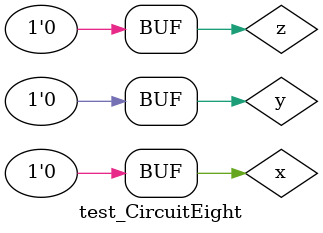
<source format=v>
module test_CircuitEight;
wire [0:3] D;
reg x,y,z;

decoder_2x4_df d(D,x,y,z);
initial
begin
	x=0;y=0;z=0;
	#20
	x=0;y=0;z=1;
	#20
	x=0;y=1;z=0;
	#20
	x=0;y=1;z=1;
	#20
	x=1;y=0;z=0;
	#20
	x=1;y=0;z=1;
	#20
	x=1;y=1;z=0;
	#20
	x=1;y=1;z=1;
	#20
	x=0;y=0;z=0;
end
	initial
	$monitor("D=%h x=%b y=%b z=%b time=%0d",D,x,y,z,$time);
endmodule
</source>
